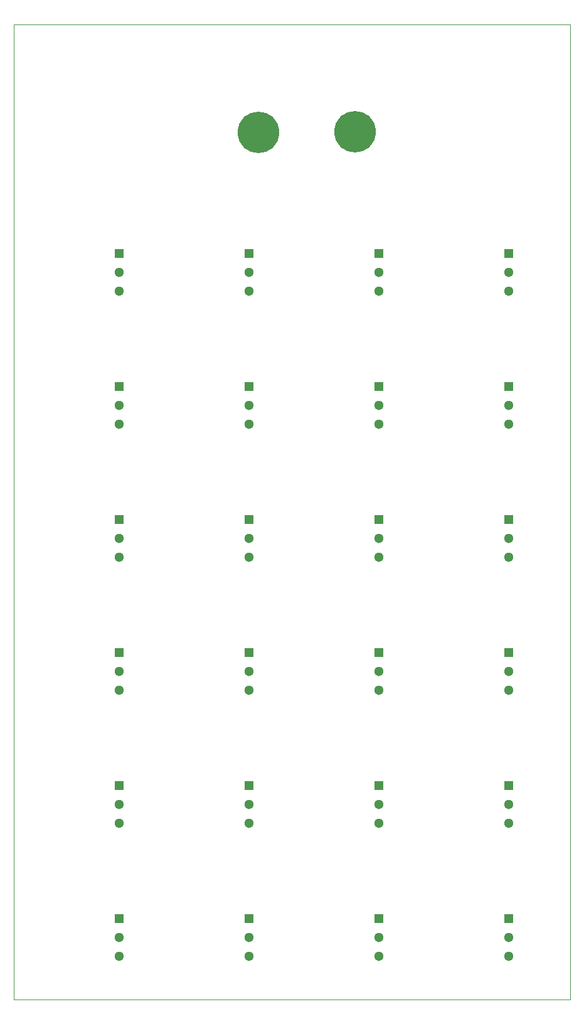
<source format=gbr>
%TF.GenerationSoftware,KiCad,Pcbnew,8.0.2*%
%TF.CreationDate,2024-08-18T00:41:24+05:30*%
%TF.ProjectId,DEC_R_BOX,4445435f-525f-4424-9f58-2e6b69636164,rev?*%
%TF.SameCoordinates,Original*%
%TF.FileFunction,Soldermask,Bot*%
%TF.FilePolarity,Negative*%
%FSLAX46Y46*%
G04 Gerber Fmt 4.6, Leading zero omitted, Abs format (unit mm)*
G04 Created by KiCad (PCBNEW 8.0.2) date 2024-08-18 00:41:24*
%MOMM*%
%LPD*%
G01*
G04 APERTURE LIST*
%ADD10R,1.300000X1.300000*%
%ADD11C,1.300000*%
%ADD12C,5.600000*%
%TA.AperFunction,Profile*%
%ADD13C,0.050000*%
%TD*%
G04 APERTURE END LIST*
D10*
%TO.C,SW5*%
X108200000Y-78836800D03*
D11*
X108200000Y-81376800D03*
X108200000Y-83916800D03*
%TD*%
D10*
%TO.C,SW12*%
X55600000Y-96777600D03*
D11*
X55600000Y-99317600D03*
X55600000Y-101857600D03*
%TD*%
D10*
%TO.C,SW6*%
X90666666Y-78836800D03*
D11*
X90666666Y-81376800D03*
X90666666Y-83916800D03*
%TD*%
D10*
%TO.C,SW2*%
X90666666Y-60896000D03*
D11*
X90666666Y-63436000D03*
X90666666Y-65976000D03*
%TD*%
D10*
%TO.C,SW21*%
X108200000Y-150600000D03*
D11*
X108200000Y-153140000D03*
X108200000Y-155680000D03*
%TD*%
D10*
%TO.C,SW8*%
X55600000Y-78836800D03*
D11*
X55600000Y-81376800D03*
X55600000Y-83916800D03*
%TD*%
D10*
%TO.C,SW22*%
X90666666Y-150600000D03*
D11*
X90666666Y-153140000D03*
X90666666Y-155680000D03*
%TD*%
D10*
%TO.C,SW11*%
X73133333Y-96777600D03*
D11*
X73133333Y-99317600D03*
X73133333Y-101857600D03*
%TD*%
D10*
%TO.C,SW7*%
X73133333Y-78836800D03*
D11*
X73133333Y-81376800D03*
X73133333Y-83916800D03*
%TD*%
D10*
%TO.C,SW13*%
X108200000Y-114718400D03*
D11*
X108200000Y-117258400D03*
X108200000Y-119798400D03*
%TD*%
D10*
%TO.C,SW10*%
X90666666Y-96777600D03*
D11*
X90666666Y-99317600D03*
X90666666Y-101857600D03*
%TD*%
D10*
%TO.C,SW14*%
X90666666Y-114718400D03*
D11*
X90666666Y-117258400D03*
X90666666Y-119798400D03*
%TD*%
D10*
%TO.C,SW15*%
X73133333Y-114718400D03*
D11*
X73133333Y-117258400D03*
X73133333Y-119798400D03*
%TD*%
D10*
%TO.C,SW4*%
X55600000Y-60896000D03*
D11*
X55600000Y-63436000D03*
X55600000Y-65976000D03*
%TD*%
D10*
%TO.C,SW20*%
X55600000Y-132659200D03*
D11*
X55600000Y-135199200D03*
X55600000Y-137739200D03*
%TD*%
D10*
%TO.C,SW23*%
X73133333Y-150600000D03*
D11*
X73133333Y-153140000D03*
X73133333Y-155680000D03*
%TD*%
D10*
%TO.C,SW16*%
X55600000Y-114718400D03*
D11*
X55600000Y-117258400D03*
X55600000Y-119798400D03*
%TD*%
D10*
%TO.C,SW3*%
X73133333Y-60896000D03*
D11*
X73133333Y-63436000D03*
X73133333Y-65976000D03*
%TD*%
D10*
%TO.C,SW24*%
X55600000Y-150600000D03*
D11*
X55600000Y-153140000D03*
X55600000Y-155680000D03*
%TD*%
D10*
%TO.C,SW19*%
X73133333Y-132659200D03*
D11*
X73133333Y-135199200D03*
X73133333Y-137739200D03*
%TD*%
D10*
%TO.C,SW1*%
X108200000Y-60896000D03*
D11*
X108200000Y-63436000D03*
X108200000Y-65976000D03*
%TD*%
D10*
%TO.C,SW18*%
X90666666Y-132659200D03*
D11*
X90666666Y-135199200D03*
X90666666Y-137739200D03*
%TD*%
D12*
%TO.C,J2*%
X87500000Y-44500000D03*
%TD*%
D10*
%TO.C,SW17*%
X108200000Y-132659200D03*
D11*
X108200000Y-135199200D03*
X108200000Y-137739200D03*
%TD*%
D10*
%TO.C,SW9*%
X108200000Y-96777600D03*
D11*
X108200000Y-99317600D03*
X108200000Y-101857600D03*
%TD*%
D12*
%TO.C,J1*%
X74412500Y-44525000D03*
%TD*%
D13*
X41450000Y-30000000D02*
X116475000Y-30000000D01*
X116475000Y-161550000D01*
X41450000Y-161550000D01*
X41450000Y-30000000D01*
M02*

</source>
